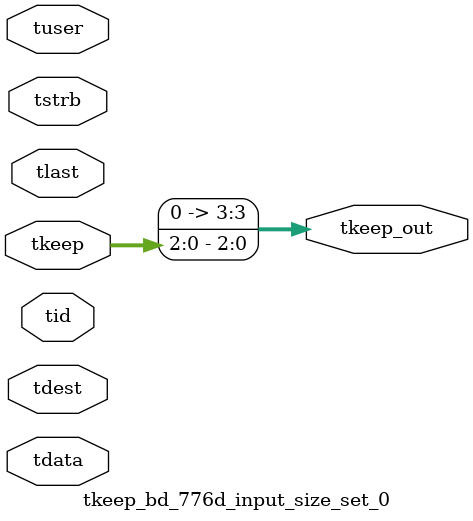
<source format=v>


`timescale 1ps/1ps

module tkeep_bd_776d_input_size_set_0 #
(
parameter C_S_AXIS_TDATA_WIDTH = 32,
parameter C_S_AXIS_TUSER_WIDTH = 0,
parameter C_S_AXIS_TID_WIDTH   = 0,
parameter C_S_AXIS_TDEST_WIDTH = 0,
parameter C_M_AXIS_TDATA_WIDTH = 32
)
(
input  [(C_S_AXIS_TDATA_WIDTH == 0 ? 1 : C_S_AXIS_TDATA_WIDTH)-1:0     ] tdata,
input  [(C_S_AXIS_TUSER_WIDTH == 0 ? 1 : C_S_AXIS_TUSER_WIDTH)-1:0     ] tuser,
input  [(C_S_AXIS_TID_WIDTH   == 0 ? 1 : C_S_AXIS_TID_WIDTH)-1:0       ] tid,
input  [(C_S_AXIS_TDEST_WIDTH == 0 ? 1 : C_S_AXIS_TDEST_WIDTH)-1:0     ] tdest,
input  [(C_S_AXIS_TDATA_WIDTH/8)-1:0 ] tkeep,
input  [(C_S_AXIS_TDATA_WIDTH/8)-1:0 ] tstrb,
input                                                                    tlast,
output [(C_M_AXIS_TDATA_WIDTH/8)-1:0 ] tkeep_out
);

assign tkeep_out = {tkeep[2:0]};

endmodule


</source>
